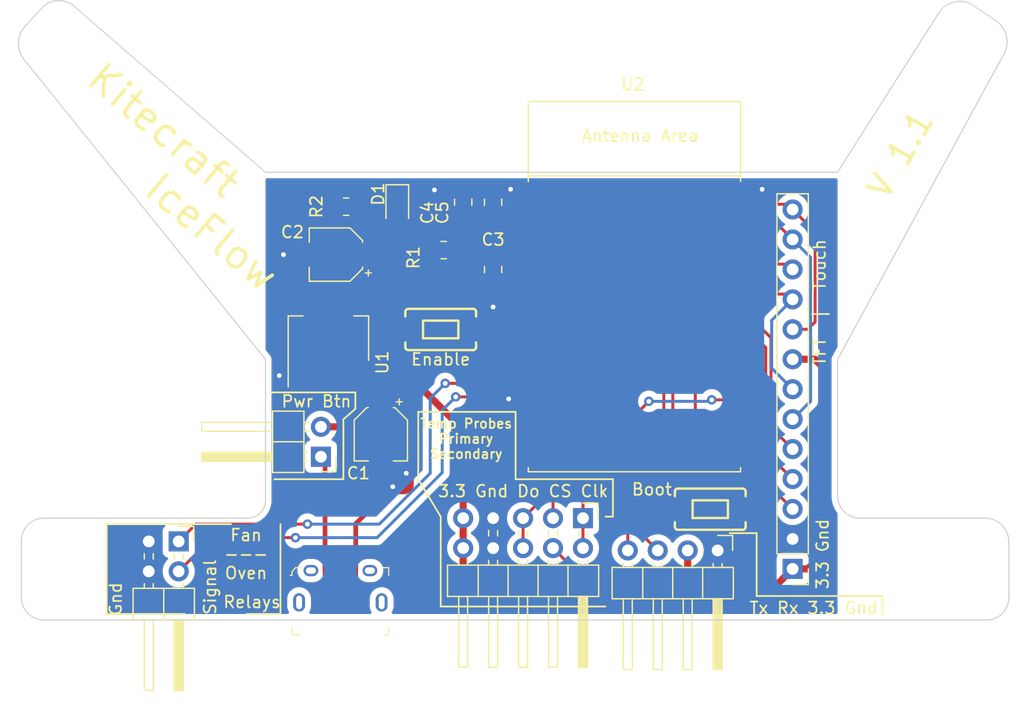
<source format=kicad_pcb>
(kicad_pcb (version 20211014) (generator pcbnew)
  (layers (0 "F.Cu" signal) (31 "B.Cu" signal) (34 "B.Paste" user) (35 "F.Paste" user) (36 "B.SilkS" user "B.Silkscreen") (37 "F.SilkS" user "F.Silkscreen") (38 "B.Mask" user) (39 "F.Mask" user) (44 "Edge.Cuts" user))
  (net 0 "")
  (net 1 "/Vin")
  (net 2 "GND")
  (net 3 "+3V3")
  (net 4 "/EN")
  (net 9 "/CS")
  (net 10 "/Rst")
  (net 11 "/D{slash}C")
  (net 12 "/MOSI")
  (net 13 "/SCK")
  (net 16 "/MISO")
  (net 25 "/TFT_CS")
  (net 26 "/SSR_O")
  (net 27 "/SSR_F")
  (net 30 "/DO")
  (net 31 "/TPA_CS")
  (net 32 "/CLK")
  (net 34 "/TPB_CS")
  (net 35 "/Boot")
  (net 36 "Net-(D1-Pad2)")
  (net 37 "Net-(J8-Pad1)")
  (net 42 "Net-(J2-Pad3)")
  (net 43 "Net-(J2-Pad4)")
  (footprint "Capacitor_SMD:CP_Elec_4x5.7" (layer "F.Cu") (at 95.885 114.3 -90)
    (fp_text reference "C1" (at 3.302 1.905 180) (layer "F.SilkS"))
    (fp_text value "10 µF - 25V")
    (pad "1" smd roundrect (at -1.8 0 270) (size 2.6 1.6) (layers "F.Cu" "F.Paste" "F.Mask") (roundrect_rratio 0.15625) (net 1 "/Vin"))
    (pad "2" smd roundrect (at 1.8 0 270) (size 2.6 1.6) (layers "F.Cu" "F.Paste" "F.Mask") (roundrect_rratio 0.15625) (net 2 "GND"))
  )
  (footprint "Capacitor_SMD:C_0805_2012Metric_Pad1.18x1.45mm_HandSolder" (layer "F.Cu") (at 105.41 94.615 -90)
    (fp_text reference "C5" (at 0.889 4.318 -90) (layer "F.SilkS"))
    (fp_text value "0.1 µF")
    (pad "1" smd roundrect (at -1.0375 0 270) (size 1.175 1.45) (layers "F.Cu" "F.Paste" "F.Mask") (roundrect_rratio 0.2127659574) (net 2 "GND"))
    (pad "2" smd roundrect (at 1.0375 0 270) (size 1.175 1.45) (layers "F.Cu" "F.Paste" "F.Mask") (roundrect_rratio 0.2127659574) (net 3 "+3V3"))
  )
  (footprint "Resistor_SMD:R_0805_2012Metric_Pad1.20x1.40mm_HandSolder" (layer "F.Cu") (at 101.219 98.679 180)
    (fp_text reference "R1" (at 2.5654 -0.635 90) (layer "F.SilkS"))
    (fp_text value "10K")
    (pad "1" smd roundrect (at -1 0 180) (size 1.2 1.4) (layers "F.Cu" "F.Paste" "F.Mask") (roundrect_rratio 0.2083333333) (net 4 "/EN"))
    (pad "2" smd roundrect (at 1 0 180) (size 1.2 1.4) (layers "F.Cu" "F.Paste" "F.Mask") (roundrect_rratio 0.2083333333) (net 3 "+3V3"))
  )
  (footprint "Connector_PinHeader_2.54mm:PinHeader_1x02_P2.54mm_Horizontal" (layer "F.Cu") (at 90.805 116.205 180)
    (fp_text reference "J8" hide)
    (fp_text value "Power_Sw")
    (pad "1" thru_hole rect (at 0 0 180) (size 1.7 1.7) (drill 1) (layers *.Cu *.Mask) (net 37 "Net-(J8-Pad1)"))
    (pad "2" thru_hole oval (at 0 2.54 180) (size 1.7 1.7) (drill 1) (layers *.Cu *.Mask) (net 1 "/Vin"))
  )
  (footprint "Capacitor_SMD:CP_Elec_4x5.7" (layer "F.Cu") (at 92.075 99.06 180)
    (fp_text reference "C2" (at 3.683 1.905) (layer "F.SilkS"))
    (fp_text value "10 µF - 25V")
    (pad "1" smd roundrect (at -1.8 0 180) (size 2.6 1.6) (layers "F.Cu" "F.Paste" "F.Mask") (roundrect_rratio 0.15625) (net 3 "+3V3"))
    (pad "2" smd roundrect (at 1.8 0 180) (size 2.6 1.6) (layers "F.Cu" "F.Paste" "F.Mask") (roundrect_rratio 0.15625) (net 2 "GND"))
  )
  (footprint "Kitecraft_Buttons:TACTILE_SWITCH_SMD_6.0X3.5MM" (layer "F.Cu") (at 100.965 105.41 180)
    (fp_text reference "S1" hide)
    (fp_text value "PTS636" hide)
    (pad "1" smd rect (at -3.6 0) (size 2.2 1.59766) (layers "F.Cu" "F.Paste" "F.Mask") (net 2 "GND"))
    (pad "2" smd rect (at 3.6 0) (size 2.2 1.59766) (layers "F.Cu" "F.Paste" "F.Mask") (net 4 "/EN"))
  )
  (footprint "MountingHole:MountingHole_3.2mm_M3_DIN965" (layer "F.Cu") (at 68.738 81.317)
    (fp_text reference "H1" hide)
    (fp_text value "MountingHole")
    (pad "" np_thru_hole circle (at 0 0) (size 3.2 3.2) (drill 3.2) (layers *.Cu *.Mask))
  )
  (footprint "Capacitor_SMD:C_0805_2012Metric_Pad1.18x1.45mm_HandSolder" (layer "F.Cu") (at 102.87 94.615 -90)
    (fp_text reference "C4" (at 0.889 3.048 -90) (layer "F.SilkS"))
    (fp_text value "22 µF")
    (pad "1" smd roundrect (at -1.0375 0 270) (size 1.175 1.45) (layers "F.Cu" "F.Paste" "F.Mask") (roundrect_rratio 0.2127659574) (net 2 "GND"))
    (pad "2" smd roundrect (at 1.0375 0 270) (size 1.175 1.45) (layers "F.Cu" "F.Paste" "F.Mask") (roundrect_rratio 0.2127659574) (net 3 "+3V3"))
  )
  (footprint "Kitecraft_Buttons:TACTILE_SWITCH_SMD_6.0X3.5MM" (layer "F.Cu") (at 123.825 120.65 180)
    (fp_text reference "S2" hide)
    (fp_text value "PTS636" hide)
    (pad "1" smd rect (at -3.6 0) (size 2.2 1.59766) (layers "F.Cu" "F.Paste" "F.Mask") (net 2 "GND"))
    (pad "2" smd rect (at 3.6 0) (size 2.2 1.59766) (layers "F.Cu" "F.Paste" "F.Mask") (net 35 "/Boot"))
  )
  (footprint "Connector_PinHeader_2.54mm:PinHeader_2x05_P2.54mm_Horizontal" (layer "F.Cu") (at 113.03 121.412 -90)
    (fp_text reference "J6" hide)
    (fp_text value "Conn_02x05_Odd_Even")
    (pad "1" thru_hole rect (at 0 0 270) (size 1.7 1.7) (drill 1) (layers *.Cu *.Mask) (net 32 "/CLK"))
    (pad "2" thru_hole oval (at 2.54 0 270) (size 1.7 1.7) (drill 1) (layers *.Cu *.Mask) (net 32 "/CLK"))
    (pad "3" thru_hole oval (at 0 2.54 270) (size 1.7 1.7) (drill 1) (layers *.Cu *.Mask) (net 34 "/TPB_CS"))
    (pad "4" thru_hole oval (at 2.54 2.54 270) (size 1.7 1.7) (drill 1) (layers *.Cu *.Mask) (net 31 "/TPA_CS"))
    (pad "5" thru_hole oval (at 0 5.08 270) (size 1.7 1.7) (drill 1) (layers *.Cu *.Mask) (net 30 "/DO"))
    (pad "6" thru_hole oval (at 2.54 5.08 270) (size 1.7 1.7) (drill 1) (layers *.Cu *.Mask) (net 30 "/DO"))
    (pad "7" thru_hole oval (at 0 7.62 270) (size 1.7 1.7) (drill 1) (layers *.Cu *.Mask) (net 2 "GND"))
    (pad "8" thru_hole oval (at 2.54 7.62 270) (size 1.7 1.7) (drill 1) (layers *.Cu *.Mask) (net 2 "GND"))
    (pad "9" thru_hole oval (at 0 10.16 270) (size 1.7 1.7) (drill 1) (layers *.Cu *.Mask) (net 3 "+3V3"))
    (pad "10" thru_hole oval (at 2.54 10.16 270) (size 1.7 1.7) (drill 1) (layers *.Cu *.Mask) (net 3 "+3V3"))
  )
  (footprint "MountingHole:MountingHole_3.2mm_M3_DIN965" (layer "F.Cu") (at 68.738 124.714)
    (fp_text reference "H2" hide)
    (fp_text value "MountingHole")
    (pad "" np_thru_hole circle (at 0 0) (size 3.2 3.2) (drill 3.2) (layers *.Cu *.Mask))
  )
  (footprint "Capacitor_SMD:C_0805_2012Metric_Pad1.18x1.45mm_HandSolder" (layer "F.Cu") (at 105.41 100.33 90)
    (fp_text reference "C3" (at 2.54 0 180) (layer "F.SilkS"))
    (fp_text value "1 µF")
    (pad "1" smd roundrect (at -1.0375 0 90) (size 1.175 1.45) (layers "F.Cu" "F.Paste" "F.Mask") (roundrect_rratio 0.2127659574) (net 2 "GND"))
    (pad "2" smd roundrect (at 1.0375 0 90) (size 1.175 1.45) (layers "F.Cu" "F.Paste" "F.Mask") (roundrect_rratio 0.2127659574) (net 4 "/EN"))
  )
  (footprint "Resistor_SMD:R_0805_2012Metric_Pad1.20x1.40mm_HandSolder" (layer "F.Cu") (at 92.948 94.996)
    (fp_text reference "R2" (at -2.524 0 90) (layer "F.SilkS"))
    (fp_text value "64.9R")
    (pad "1" smd roundrect (at -1 0) (size 1.2 1.4) (layers "F.Cu" "F.Paste" "F.Mask") (roundrect_rratio 0.2083333333) (net 3 "+3V3"))
    (pad "2" smd roundrect (at 1 0) (size 1.2 1.4) (layers "F.Cu" "F.Paste" "F.Mask") (roundrect_rratio 0.2083333333) (net 36 "Net-(D1-Pad2)"))
  )
  (footprint "MountingHole:MountingHole_3.2mm_M3_DIN965" (layer "F.Cu") (at 145.288 124.714)
    (fp_text reference "H4" hide)
    (fp_text value "MountingHole")
    (pad "" np_thru_hole circle (at 0 0) (size 3.2 3.2) (drill 3.2) (layers *.Cu *.Mask))
  )
  (footprint "Connector_PinHeader_2.54mm:PinHeader_1x04_P2.54mm_Horizontal" (layer "F.Cu") (at 124.45 124.149 -90)
    (fp_text reference "J2" hide)
    (fp_text value "Conn_01x04")
    (pad "1" thru_hole rect (at 0 0 270) (size 1.7 1.7) (drill 1) (layers *.Cu *.Mask) (net 2 "GND"))
    (pad "2" thru_hole oval (at 0 2.54 270) (size 1.7 1.7) (drill 1) (layers *.Cu *.Mask) (net 3 "+3V3"))
    (pad "3" thru_hole oval (at 0 5.08 270) (size 1.7 1.7) (drill 1) (layers *.Cu *.Mask) (net 42 "Net-(J2-Pad3)"))
    (pad "4" thru_hole oval (at 0 7.62 270) (size 1.7 1.7) (drill 1) (layers *.Cu *.Mask) (net 43 "Net-(J2-Pad4)"))
  )
  (footprint "Kitecraft_Barrel_Jacks:USB_Micro_B_Female_10118194-0001LF" (layer "F.Cu") (at 92.456 125.857)
    (fp_text reference "J1" hide)
    (fp_text value "10118194-0001LF")
    (pad "1" smd rect (at -1.3 0) (size 0.4 1.35) (layers "F.Cu" "F.Paste" "F.Mask") (net 37 "Net-(J8-Pad1)"))
    (pad "2" smd rect (at -0.65 0) (size 0.4 1.35) (layers "F.Cu" "F.Paste" "F.Mask"))
    (pad "3" smd rect (at 0 0) (size 0.4 1.35) (layers "F.Cu" "F.Paste" "F.Mask"))
    (pad "4" smd rect (at 0.65 0) (size 0.4 1.35) (layers "F.Cu" "F.Paste" "F.Mask"))
    (pad "5" smd rect (at 1.3 0) (size 0.4 1.35) (layers "F.Cu" "F.Paste" "F.Mask") (net 2 "GND"))
    (pad "SH" thru_hole oval (at 2.5 0) (size 1.25 0.95) (drill oval 0.85 0.55) (layers *.Cu *.Mask))
    (pad "SH" thru_hole oval (at -3.5 2.7) (size 1 1.55) (drill oval 0.5 1.15) (layers *.Cu *.Mask))
    (pad "SH" thru_hole oval (at -2.5 0) (size 1.25 0.95) (drill oval 0.85 0.55) (layers *.Cu *.Mask))
    (pad "SH" thru_hole oval (at 3.5 2.7) (size 1 1.55) (drill oval 0.5 1.15) (layers *.Cu *.Mask))
  )
  (footprint "Package_TO_SOT_SMD:SOT-223-3_TabPin2" (layer "F.Cu") (at 91.44 106.172 90)
    (fp_text reference "U1" (at -2.032 4.572 90) (layer "F.SilkS"))
    (fp_text value "NCP1117-3.3_SOT223")
    (pad "1" smd rect (at -3.15 -2.3 90) (size 2 1.5) (layers "F.Cu" "F.Paste" "F.Mask") (net 2 "GND"))
    (pad "2" smd rect (at 3.15 0 90) (size 2 3.8) (layers "F.Cu" "F.Paste" "F.Mask") (net 3 "+3V3"))
    (pad "2" smd rect (at -3.15 0 90) (size 2 1.5) (layers "F.Cu" "F.Paste" "F.Mask") (net 3 "+3V3"))
    (pad "3" smd rect (at -3.15 2.3 90) (size 2 1.5) (layers "F.Cu" "F.Paste" "F.Mask") (net 1 "/Vin"))
  )
  (footprint "Connector_PinHeader_2.54mm:PinHeader_2x02_P2.54mm_Horizontal" (layer "F.Cu") (at 78.745 123.382 -90)
    (fp_text reference "J4" hide)
    (fp_text value "Conn_02x02_Odd_Even")
    (pad "1" thru_hole rect (at 0 0 270) (size 1.7 1.7) (drill 1) (layers *.Cu *.Mask) (net 27 "/SSR_F"))
    (pad "2" thru_hole oval (at 2.54 0 270) (size 1.7 1.7) (drill 1) (layers *.Cu *.Mask) (net 26 "/SSR_O"))
    (pad "3" thru_hole oval (at 0 2.54 270) (size 1.7 1.7) (drill 1) (layers *.Cu *.Mask) (net 2 "GND"))
    (pad "4" thru_hole oval (at 2.54 2.54 270) (size 1.7 1.7) (drill 1) (layers *.Cu *.Mask) (net 2 "GND"))
  )
  (footprint "Connector_PinHeader_2.54mm:PinHeader_1x13_P2.54mm_Vertical" (layer "F.Cu") (at 130.81 125.715 180)
    (fp_text reference "J3" hide)
    (fp_text value "TFT_Display_wTouch")
    (pad "1" thru_hole rect (at 0 0 180) (size 1.7 1.7) (drill 1) (layers *.Cu *.Mask) (net 3 "+3V3"))
    (pad "2" thru_hole oval (at 0 2.54 180) (size 1.7 1.7) (drill 1) (layers *.Cu *.Mask) (net 2 "GND"))
    (pad "3" thru_hole oval (at 0 5.08 180) (size 1.7 1.7) (drill 1) (layers *.Cu *.Mask) (net 9 "/CS"))
    (pad "4" thru_hole oval (at 0 7.62 180) (size 1.7 1.7) (drill 1) (layers *.Cu *.Mask) (net 10 "/Rst"))
    (pad "5" thru_hole oval (at 0 10.16 180) (size 1.7 1.7) (drill 1) (layers *.Cu *.Mask) (net 11 "/D{slash}C"))
    (pad "6" thru_hole oval (at 0 12.7 180) (size 1.7 1.7) (drill 1) (layers *.Cu *.Mask) (net 12 "/MOSI"))
    (pad "7" thru_hole oval (at 0 15.24 180) (size 1.7 1.7) (drill 1) (layers *.Cu *.Mask) (net 13 "/SCK"))
    (pad "8" thru_hole oval (at 0 17.78 180) (size 1.7 1.7) (drill 1) (layers *.Cu *.Mask) (net 3 "+3V3"))
    (pad "9" thru_hole oval (at 0 20.32 180) (size 1.7 1.7) (drill 1) (layers *.Cu *.Mask) (net 16 "/MISO"))
    (pad "10" thru_hole oval (at 0 22.86 180) (size 1.7 1.7) (drill 1) (layers *.Cu *.Mask) (net 13 "/SCK"))
    (pad "11" thru_hole oval (at 0 25.4 180) (size 1.7 1.7) (drill 1) (layers *.Cu *.Mask) (net 25 "/TFT_CS"))
    (pad "12" thru_hole oval (at 0 27.94 180) (size 1.7 1.7) (drill 1) (layers *.Cu *.Mask) (net 12 "/MOSI"))
    (pad "13" thru_hole oval (at 0 30.48 180) (size 1.7 1.7) (drill 1) (layers *.Cu *.Mask) (net 16 "/MISO"))
  )
  (footprint "LED_SMD:LED_0805_2012Metric_Pad1.15x1.40mm_HandSolder" (layer "F.Cu") (at 97.282 94.996 -90)
    (fp_text reference "D1" (at -1.0668 1.6256 -90) (layer "F.SilkS"))
    (fp_text value "LED")
    (pad "1" smd roundrect (at -1.025 0 270) (size 1.15 1.4) (layers "F.Cu" "F.Paste" "F.Mask") (roundrect_rratio 0.2173913043) (net 2 "GND"))
    (pad "2" smd roundrect (at 1.025 0 270) (size 1.15 1.4) (layers "F.Cu" "F.Paste" "F.Mask") (roundrect_rratio 0.2173913043) (net 36 "Net-(D1-Pad2)"))
  )
  (footprint "Kitecraft_Boards:ESP32-WROVER-E_No_Thermals" (layer "F.Cu") (at 117.391 101.774)
    (fp_text reference "U2" (at -0.14 -17.145) (layer "F.SilkS"))
    (fp_text value "ESP32-WROVER-E")
    (fp_text user "Antenna Area" (at 0.5 -12.795 unlocked) (layer "F.SilkS"))
    (pad "1" smd rect (at -8.75 -8.255) (size 1.5 0.9) (layers "F.Cu" "F.Paste" "F.Mask") (net 2 "GND"))
    (pad "2" smd rect (at -8.75 -6.985) (size 1.5 0.9) (layers "F.Cu" "F.Paste" "F.Mask") (net 3 "+3V3"))
    (pad "3" smd rect (at -8.75 -5.715) (size 1.5 0.9) (layers "F.Cu" "F.Paste" "F.Mask") (net 4 "/EN"))
    (pad "4" smd rect (at -8.75 -4.445) (size 1.5 0.9) (layers "F.Cu" "F.Paste" "F.Mask"))
    (pad "5" smd rect (at -8.75 -3.175) (size 1.5 0.9) (layers "F.Cu" "F.Paste" "F.Mask"))
    (pad "6" smd rect (at -8.75 -1.905) (size 1.5 0.9) (layers "F.Cu" "F.Paste" "F.Mask"))
    (pad "7" smd rect (at -8.75 -0.635) (size 1.5 0.9) (layers "F.Cu" "F.Paste" "F.Mask"))
    (pad "8" smd rect (at -8.75 0.635) (size 1.5 0.9) (layers "F.Cu" "F.Paste" "F.Mask") (net 27 "/SSR_F"))
    (pad "9" smd rect (at -8.75 1.905) (size 1.5 0.9) (layers "F.Cu" "F.Paste" "F.Mask") (net 26 "/SSR_O"))
    (pad "10" smd rect (at -8.75 3.175) (size 1.5 0.9) (layers "F.Cu" "F.Paste" "F.Mask") (net 32 "/CLK"))
    (pad "11" smd rect (at -8.75 4.445) (size 1.5 0.9) (layers "F.Cu" "F.Paste" "F.Mask") (net 34 "/TPB_CS"))
    (pad "12" smd rect (at -8.75 5.715) (size 1.5 0.9) (layers "F.Cu" "F.Paste" "F.Mask") (net 30 "/DO"))
    (pad "13" smd rect (at -8.75 6.985) (size 1.5 0.9) (layers "F.Cu" "F.Paste" "F.Mask"))
    (pad "14" smd rect (at -8.75 8.255) (size 1.5 0.9) (layers "F.Cu" "F.Paste" "F.Mask"))
    (pad "15" smd rect (at -8.75 9.525) (size 1.5 0.9) (layers "F.Cu" "F.Paste" "F.Mask") (net 2 "GND"))
    (pad "16" smd rect (at -8.75 10.795) (size 1.5 0.9) (layers "F.Cu" "F.Paste" "F.Mask"))
    (pad "17" smd rect (at -8.75 12.065) (size 1.5 0.9) (layers "F.Cu" "F.Paste" "F.Mask"))
    (pad "18" smd rect (at -8.75 13.335) (size 1.5 0.9) (layers "F.Cu" "F.Paste" "F.Mask"))
    (pad "19" smd rect (at -8.75 14.605) (size 1.5 0.9) (layers "F.Cu" "F.Paste" "F.Mask"))
    (pad "20" smd rect (at 8.75 14.605) (size 1.5 0.9) (layers "F.Cu" "F.Paste" "F.Mask"))
    (pad "21" smd rect (at 8.75 13.335) (size 1.5 0.9) (layers "F.Cu" "F.Paste" "F.Mask"))
    (pad "22" smd rect (at 8.75 12.065) (size 1.5 0.9) (layers "F.Cu" "F.Paste" "F.Mask"))
    (pad "23" smd rect (at 8.75 10.795) (size 1.5 0.9) (layers "F.Cu" "F.Paste" "F.Mask"))
    (pad "24" smd rect (at 8.75 9.525) (size 1.5 0.9) (layers "F.Cu" "F.Paste" "F.Mask") (net 31 "/TPA_CS"))
    (pad "25" smd rect (at 8.75 8.255) (size 1.5 0.9) (layers "F.Cu" "F.Paste" "F.Mask") (net 35 "/Boot"))
    (pad "26" smd rect (at 8.75 6.985) (size 1.5 0.9) (layers "F.Cu" "F.Paste" "F.Mask") (net 9 "/CS"))
    (pad "27" smd rect (at 8.75 5.715) (size 1.5 0.9) (layers "F.Cu" "F.Paste" "F.Mask"))
    (pad "28" smd rect (at 8.75 4.445) (size 1.5 0.9) (layers "F.Cu" "F.Paste" "F.Mask"))
    (pad "29" smd rect (at 8.75 3.175) (size 1.5 0.9) (layers "F.Cu" "F.Paste" "F.Mask") (net 10 "/Rst"))
    (pad "30" smd rect (at 8.75 1.905) (size 1.5 0.9) (layers "F.Cu" "F.Paste" "F.Mask") (net 11 "/D{slash}C"))
    (pad "31" smd rect (at 8.75 0.635) (size 1.5 0.9) (layers "F.Cu" "F.Paste" "F.Mask") (net 13 "/SCK"))
    (pad "32" smd rect (at 8.75 -0.635) (size 1.5 0.9) (layers "F.Cu" "F.Paste" "F.Mask"))
    (pad "33" smd rect (at 8.75 -1.905) (size 1.5 0.9) (layers "F.Cu" "F.Paste" "F.Mask") (net 25 "/TFT_CS"))
    (pad "34" smd rect (at 8.75 -3.175) (size 1.5 0.9) (layers "F.Cu" "F.Paste" "F.Mask") (net 42 "Net-(J2-Pad3)"))
    (pad "35" smd rect (at 8.75 -4.445) (size 1.5 0.9) (layers "F.Cu" "F.Paste" "F.Mask") (net 43 "Net-(J2-Pad4)"))
    (pad "36" smd rect (at 8.75 -5.715) (size 1.5 0.9) (layers "F.Cu" "F.Paste" "F.Mask") (net 12 "/MOSI"))
    (pad "37" smd rect (at 8.75 -6.985) (size 1.5 0.9) (layers "F.Cu" "F.Paste" "F.Mask") (net 16 "/MISO"))
    (pad "38" smd rect (at 8.75 -8.255) (size 1.5 0.9) (layers "F.Cu" "F.Paste" "F.Mask") (net 2 "GND"))
  )
  (footprint "MountingHole:MountingHole_3.2mm_M3_DIN965" (layer "F.Cu") (at 145.288 81.314)
    (fp_text reference "H3" hide)
    (fp_text value "MountingHole")
    (pad "" np_thru_hole circle (at 0 0) (size 3.2 3.2) (drill 3.2) (layers *.Cu *.Mask))
  )
  (gr_line (start 87.376 121.92) (end 87.376 129.54) (layer "F.SilkS") (width 0.15))
  (gr_line (start 138.43 128.016) (end 138.43 129.54) (layer "F.SilkS") (width 0.15))
  (gr_line (start 93.726 110.744) (end 93.726 112.141) (layer "F.SilkS") (width 0.15))
  (gr_line (start 100.965 121.285) (end 100.965 128.905) (layer "F.SilkS") (width 0.15))
  (gr_line (start 87.376 129.54) (end 84.515 129.54) (layer "F.SilkS") (width 0.15))
  (gr_line (start 127.762 122.682) (end 125.476 122.682) (layer "F.SilkS") (width 0.15))
  (gr_line (start 92.71 118.11) (end 86.868 118.11) (layer "F.SilkS") (width 0.15))
  (gr_line (start 99.06 112.395) (end 99.06 118.11) (layer "F.SilkS") (width 0.15))
  (gr_line (start 93.726 112.141) (end 92.71 113.03) (layer "F.SilkS") (width 0.15))
  (gr_line (start 92.71 113.03) (end 92.71 118.11) (layer "F.SilkS") (width 0.15))
  (gr_line (start 115.57 120.015) (end 115.57 121.285) (layer "F.SilkS") (width 0.15))
  (gr_line (start 107.315 118.11) (end 115.57 118.11) (layer "F.SilkS") (width 0.15))
  (gr_line (start 115.57 118.11) (end 115.57 120.015) (layer "F.SilkS") (width 0.15))
  (gr_line (start 107.315 112.395) (end 107.315 118.11) (layer "F.SilkS") (width 0.15))
  (gr_line (start 100.965 128.905) (end 114.935 128.905) (layer "F.SilkS") (width 0.15))
  (gr_line (start 72.644 129.54) (end 79.248 129.54) (layer "F.SilkS") (width 0.15))
  (gr_line (start 72.644 121.92) (end 72.644 129.54) (layer "F.SilkS") (width 0.15))
  (gr_line (start 83.185 121.92) (end 72.644 121.92) (layer "F.SilkS") (width 0.15))
  (gr_line (start 99.06 118.11) (end 100.965 121.285) (layer "F.SilkS") (width 0.15))
  (gr_line (start 86.487 110.744) (end 93.726 110.744) (layer "F.SilkS") (width 0.15))
  (gr_line (start 115.57 121.285) (end 114.935 121.285) (layer "F.SilkS") (width 0.15))
  (gr_line (start 127.762 128.016) (end 127.762 122.682) (layer "F.SilkS") (width 0.15))
  (gr_line (start 99.06 112.395) (end 107.315 112.395) (layer "F.SilkS") (width 0.15))
  (gr_line (start 138.43 128.016) (end 127.762 128.016) (layer "F.SilkS") (width 0.15))
  (gr_arc (start 86.106 119.888) (mid 85.659631 120.965631) (end 84.582 121.412) (layer "Edge.Cuts") (width 0.1))
  (gr_line (start 136.525 121.412) (end 147.242962 121.412) (layer "Edge.Cuts") (width 0.1))
  (gr_line (start 65.55799 82.423) (end 86.106 107.95) (layer "Edge.Cuts") (width 0.1))
  (gr_arc (start 65.55799 82.423) (mid 65.150999 81.153) (end 65.55799 79.883) (layer "Edge.Cuts") (width 0.1))
  (gr_arc (start 149.147962 128.143) (mid 148.59 129.490038) (end 147.242962 130.048) (layer "Edge.Cuts") (width 0.1))
  (gr_line (start 145.796 77.724) (end 148.082 79.248) (layer "Edge.Cuts") (width 0.1))
  (gr_line (start 84.582 121.412) (end 67.31 121.412) (layer "Edge.Cuts") (width 0.1))
  (gr_arc (start 136.525 121.412) (mid 135.177962 120.854038) (end 134.62 119.507) (layer "Edge.Cuts") (width 0.1))
  (gr_line (start 86.106 119.888) (end 86.106 107.95) (layer "Edge.Cuts") (width 0.1))
  (gr_line (start 134.62 92.075) (end 143.256 78.486) (layer "Edge.Cuts") (width 0.1))
  (gr_line (start 147.242962 130.048) (end 67.31 130.048) (layer "Edge.Cuts") (width 0.1))
  (gr_arc (start 67.056 78.232) (mid 68.400395 77.526344) (end 69.85 77.978) (layer "Edge.Cuts") (width 0.1))
  (gr_line (start 86.106 92.075) (end 69.85 77.978) (layer "Edge.Cuts") (width 0.1))
  (gr_arc (start 143.256001 78.486) (mid 144.395692 77.670639) (end 145.796 77.724) (layer "Edge.Cuts") (width 0.1))
  (gr_line (start 149.147962 123.444) (end 149.147962 128.143) (layer "Edge.Cuts") (width 0.1))
  (gr_arc (start 148.082 79.248001) (mid 148.967261 80.66679) (end 148.589999 82.296) (layer "Edge.Cuts") (width 0.1))
  (gr_line (start 67.056 78.232) (end 65.55799 79.883) (layer "Edge.Cuts") (width 0.1))
  (gr_arc (start 65.405 123.317) (mid 65.962962 121.969962) (end 67.31 121.412) (layer "Edge.Cuts") (width 0.1))
  (gr_line (start 65.405 123.317) (end 65.405 128.143) (layer "Edge.Cuts") (width 0.1))
  (gr_line (start 134.62 107.95) (end 134.62 119.507) (layer "Edge.Cuts") (width 0.1))
  (gr_line (start 148.59 82.296) (end 134.62 107.95) (layer "Edge.Cuts") (width 0.1))
  (gr_arc (start 147.242962 121.412) (mid 148.597236 122.051337) (end 149.147962 123.444) (layer "Edge.Cuts") (width 0.1))
  (gr_arc (start 67.31 130.048) (mid 65.962962 129.490038) (end 65.405 128.143) (layer "Edge.Cuts") (width 0.1))
  (gr_line (start 86.106 92.075) (end 134.62 92.075) (layer "Edge.Cuts") (width 0.1))
  (gr_text "3.3 Gnd" (at 133.35 124.46 90) (layer "F.SilkS") (effects (font (size 1 1))))
  (gr_text "Pwr Btn" (at 90.424 111.506) (layer "F.SilkS") (effects (font (size 1 1))))
  (gr_text "Signal" (at 81.407 127.254 90) (layer "F.SilkS") (effects (font (size 1 1))))
  (gr_text "Boot" (at 118.872 118.973591) (layer "F.SilkS") (effects (font (size 1 1))))
  (gr_text "3.3 Gnd Do CS Clk" (at 107.95 119.126) (layer "F.SilkS") (effects (font (size 1 1))))
  (gr_text "Kitecraft" (at 77.47 88.519 -40) (layer "F.SilkS") (effects (font (size 2.4 2.4) (thickness 0.3))))
  (gr_text "Relays" (at 84.963 128.524) (layer "F.SilkS") (effects (font (size 1 1))))
  (gr_text "Temp Probes\nPrimary\nSecondary" (at 103.124 114.681) (layer "F.SilkS") (effects (font (size 0.8 0.8))))
  (gr_text "IceFlow" (at 81.534 97.155 -40) (layer "F.SilkS") (effects (font (size 2.4 2.4) (thickness 0.3))))
  (gr_text "Tx Rx 3.3 Gnd" (at 132.588 129.032) (layer "F.SilkS") (effects (font (size 1 1))))
  (gr_text "Gnd" (at 73.406 128.27 90) (layer "F.SilkS") (effects (font (size 1 1))))
  (gr_text "V 1.1" (at 139.954 90.551 60) (layer "F.SilkS") (effects (font (size 2 2) (thickness 0.3))))
  (gr_text "Fan\n---\nOven" (at 84.455 124.46) (layer "F.SilkS") (effects (font (size 1 1))))
  (gr_text "TFT  |  Touch" (at 133.096 103.124 90) (layer "F.SilkS") (effects (font (size 1 1))))
  (gr_text "Enable" (at 100.965 107.95) (layer "F.SilkS") (effects (font (size 1 1))))
  (segment (start 90.805 113.665) (end 94.72 113.665) (width 0.6) (layer "F.Cu") (net 1))
  (segment (start 93.74 110.355) (end 95.885 112.5) (width 0.6) (layer "F.Cu") (net 1))
  (segment (start 94.72 113.665) (end 95.885 112.5) (width 0.6) (layer "F.Cu") (net 1))
  (segment (start 93.74 109.322) (end 93.74 110.355) (width 0.6) (layer "F.Cu") (net 1))
  (segment (start 89.14 109.322) (end 87.274 109.322) (width 0.6) (layer "F.Cu") (net 2))
  (segment (start 108.641 111.299) (end 106.727 111.299) (width 0.25) (layer "F.Cu") (net 2))
  (segment (start 105.41 103.676) (end 104.946 104.14) (width 0.6) (layer "F.Cu") (net 2))
  (segment (start 129.95 123.175) (end 127.425 120.65) (width 0.6) (layer "F.Cu") (net 2))
  (segment (start 105.41 93.5775) (end 102.87 93.5775) (width 0.25) (layer "F.Cu") (net 2))
  (segment (start 90.275 99.06) (end 87.63 99.06) (width 0.6) (layer "F.Cu") (net 2))
  (segment (start 93.756 121.89) (end 96.901 118.745) (width 0.4) (layer "F.Cu") (net 2))
  (segment (start 105.4685 93.519) (end 105.41 93.5775) (width 0.25) (layer "F.Cu") (net 2))
  (segment (start 105.41 101.3675) (end 105.41 103.676) (width 0.6) (layer "F.Cu") (net 2))
  (segment (start 106.887 93.519) (end 105.4685 93.519) (width 0.25) (layer "F.Cu") (net 2))
  (segment (start 97.282 93.971) (end 100.042 93.971) (width 0.25) (layer "F.Cu") (net 2))
  (segment (start 104.946 104.14) (end 104.946 105.029) (width 0.6) (layer "F.Cu") (net 2))
  (segment (start 126.141 93.519) (end 128.223 93.519) (width 0.25) (layer "F.Cu") (net 2))
  (segment (start 104.946 105.029) (end 104.565 105.41) (width 0.6) (layer "F.Cu") (net 2))
  (segment (start 108.641 93.519) (end 106.887 93.519) (width 0.25) (layer "F.Cu") (net 2))
  (segment (start 100.042 93.971) (end 100.4355 93.5775) (width 0.25) (layer "F.Cu") (net 2))
  (segment (start 102.87 93.5775) (end 100.4355 93.5775) (width 0.25) (layer "F.Cu") (net 2))
  (segment (start 93.756 125.857) (end 93.756 121.89) (width 0.4) (layer "F.Cu") (net 2))
  (segment (start 130.81 123.175) (end 129.95 123.175) (width 0.6) (layer "F.Cu") (net 2))
  (via (at 96.901 118.745) (size 0.8) (drill 0.4) (layers "F.Cu" "B.Cu") (net 2))
  (via (at 100.4355 93.5775) (size 0.8) (drill 0.4) (layers "F.Cu" "B.Cu") (net 2))
  (via (at 128.223 93.519) (size 0.8) (drill 0.4) (layers "F.Cu" "B.Cu") (net 2))
  (via (at 106.727 111.299) (size 0.8) (drill 0.4) (layers "F.Cu" "B.Cu") (net 2))
  (via (at 106.887 93.519) (size 0.8) (drill 0.4) (layers "F.Cu" "B.Cu") (net 2))
  (via (at 98.044 117.602) (size 0.8) (drill 0.4) (layers "F.Cu" "B.Cu") (net 2))
  (via (at 87.63 99.06) (size 0.8) (drill 0.4) (layers "F.Cu" "B.Cu") (net 2))
  (via (at 87.274 109.322) (size 0.8) (drill 0.4) (layers "F.Cu" "B.Cu") (net 2))
  (via (at 105.41 103.505) (size 0.8) (drill 0.4) (layers "F.Cu" "B.Cu") (net 2))
  (segment (start 106.2735 94.789) (end 105.41 95.6525) (width 0.6) (layer "F.Cu") (net 3))
  (segment (start 93.875 100.587) (end 91.44 103.022) (width 0.6) (layer "F.Cu") (net 3))
  (segment (start 108.641 94.789) (end 106.2735 94.789) (width 0.6) (layer "F.Cu") (net 3))
  (segment (start 121.92 127.635) (end 104.775 127.635) (width 0.6) (layer "F.Cu") (net 3))
  (segment (start 91.44 103.022) (end 91.44 109.322) (width 0.6) (layer "F.Cu") (net 3))
  (segment (start 93.875 98.066) (end 91.948 96.139) (width 0.6) (layer "F.Cu") (net 3))
  (segment (start 102.87 95.6525) (end 102.87 96.028) (width 0.6) (layer "F.Cu") (net 3))
  (segment (start 133.35 124.46) (end 132.095 125.715) (width 0.6) (layer "F.Cu") (net 3))
  (segment (start 121.91 127.625) (end 121.91 124.149) (width 0.6) (layer "F.Cu") (net 3))
  (segment (start 132.095 125.715) (end 130.81 125.715) (width 0.6) (layer "F.Cu") (net 3))
  (segment (start 104.775 127.635) (end 102.87 125.73) (width 0.6) (layer "F.Cu") (net 3))
  (segment (start 132.7 107.935) (end 133.35 108.585) (width 0.6) (layer "F.Cu") (net 3))
  (segment (start 128.89 127.635) (end 130.81 125.715) (width 0.6) (layer "F.Cu") (net 3))
  (segment (start 93.875 99.06) (end 93.875 98.066) (width 0.6) (layer "F.Cu") (net 3))
  (segment (start 102.87 96.028) (end 100.219 98.679) (width 0.6) (layer "F.Cu") (net 3))
  (segment (start 102.87 121.412) (end 102.87 113.919) (width 0.6) (layer "F.Cu") (net 3))
  (segment (start 102.87 113.919) (end 95.377 106.426) (width 0.6) (layer "F.Cu") (net 3))
  (segment (start 95.377 106.426) (end 95.377 99.06) (width 0.6) (layer "F.Cu") (net 3))
  (segment (start 102.87 95.6525) (end 105.41 95.6525) (width 0.6) (layer "F.Cu") (net 3))
  (segment (start 91.948 96.139) (end 91.948 94.996) (width 0.6) (layer "F.Cu") (net 3))
  (segment (start 102.87 123.952) (end 102.87 121.412) (width 0.6) (layer "F.Cu") (net 3))
  (segment (start 93.875 99.06) (end 99.838 99.06) (width 0.6) (layer "F.Cu") (net 3))
  (segment (start 130.81 107.935) (end 132.7 107.935) (width 0.6) (layer "F.Cu") (net 3))
  (segment (start 102.87 125.73) (end 102.87 123.952) (width 0.6) (layer "F.Cu") (net 3))
  (segment (start 123.19 127.635) (end 128.89 127.635) (width 0.6) (layer "F.Cu") (net 3))
  (segment (start 133.35 108.585) (end 133.35 124.46) (width 0.6) (layer "F.Cu") (net 3))
  (segment (start 93.875 99.06) (end 93.875 100.587) (width 0.6) (layer "F.Cu") (net 3))
  (segment (start 121.92 127.635) (end 123.19 127.635) (width 0.6) (layer "F.Cu") (net 3))
  (segment (start 99.838 99.06) (end 100.219 98.679) (width 0.6) (layer "F.Cu") (net 3))
  (segment (start 95.377 99.06) (end 93.875 99.06) (width 0.6) (layer "F.Cu") (net 3))
  (segment (start 97.746 104.14) (end 97.746 105.029) (width 0.25) (layer "F.Cu") (net 4))
  (segment (start 107.776 96.059) (end 108.641 96.059) (width 0.25) (layer "F.Cu") (net 4))
  (segment (start 102.219 99.667) (end 102.219 98.679) (width 0.25) (layer "F.Cu") (net 4))
  (segment (start 105.41 98.425) (end 107.776 96.059) (width 0.25) (layer "F.Cu") (net 4))
  (segment (start 104.7965 98.679) (end 105.41 99.2925) (width 0.25) (layer "F.Cu") (net 4))
  (segment (start 102.219 98.679) (end 104.7965 98.679) (width 0.25) (layer "F.Cu") (net 4))
  (segment (start 105.41 99.2925) (end 105.41 98.425) (width 0.25) (layer "F.Cu") (net 4))
  (segment (start 97.746 105.029) (end 97.365 105.41) (width 0.25) (layer "F.Cu") (net 4))
  (segment (start 97.746 104.14) (end 102.219 99.667) (width 0.25) (layer "F.Cu") (net 4))
  (segment (start 126.793 108.759) (end 128.016 109.982) (width 0.25) (layer "F.Cu") (net 9))
  (segment (start 128.016 109.982) (end 128.016 117.841) (width 0.25) (layer "F.Cu") (net 9))
  (segment (start 126.141 108.759) (end 126.793 108.759) (width 0.25) (layer "F.Cu") (net 9))
  (segment (start 128.016 117.841) (end 130.81 120.635) (width 0.25) (layer "F.Cu") (net 9))
  (segment (start 126.141 104.949) (end 126.539 104.949) (width 0.25) (layer "F.Cu") (net 10))
  (segment (start 126.539 104.949) (end 128.524 106.934) (width 0.25) (layer "F.Cu") (net 10))
  (segment (start 128.524 106.934) (end 128.524 115.809) (width 0.25) (layer "F.Cu") (net 10))
  (segment (start 128.524 115.809) (end 130.81 118.095) (width 0.25) (layer "F.Cu") (net 10))
  (segment (start 126.539 103.679) (end 128.97352 106.11352) (width 0.25) (layer "F.Cu") (net 11))
  (segment (start 126.141 103.679) (end 126.539 103.679) (width 0.25) (layer "F.Cu") (net 11))
  (segment (start 128.97352 113.71852) (end 130.81 115.555) (width 0.25) (layer "F.Cu") (net 11))
  (segment (start 128.97352 106.11352) (end 128.97352 113.71852) (width 0.25) (layer "F.Cu") (net 11))
  (segment (start 126.141 96.059) (end 129.094 96.059) (width 0.25) (layer "F.Cu") (net 12))
  (segment (start 129.094 96.059) (end 130.81 97.775) (width 0.25) (layer "F.Cu") (net 12))
  (segment (start 132.334 111.491) (end 130.81 113.015) (width 0.25) (layer "B.Cu") (net 12))
  (segment (start 130.81 97.775) (end 132.334 99.299) (width 0.25) (layer "B.Cu") (net 12))
  (segment (start 132.334 99.299) (end 132.334 111.491) (width 0.25) (layer "B.Cu") (net 12))
  (segment (start 126.141 102.409) (end 130.364 102.409) (width 0.25) (layer "F.Cu") (net 13))
  (segment (start 130.364 102.409) (end 130.81 102.855) (width 0.25) (layer "F.Cu") (net 13))
  (segment (start 129.032 108.697) (end 130.81 110.475) (width 0.25) (layer "B.Cu") (net 13))
  (segment (start 130.81 102.855) (end 129.032 104.633) (width 0.25) (layer "B.Cu") (net 13))
  (segment (start 129.032 104.633) (end 129.032 108.697) (width 0.25) (layer "B.Cu") (net 13))
  (segment (start 132.715 97.14) (end 130.81 95.235) (width 0.25) (layer "F.Cu") (net 16))
  (segment (start 132.095 105.395) (end 132.715 104.775) (width 0.25) (layer "F.Cu") (net 16))
  (segment (start 132.715 104.775) (end 132.715 97.14) (width 0.25) (layer "F.Cu") (net 16))
  (segment (start 130.364 94.789) (end 130.81 95.235) (width 0.25) (layer "F.Cu") (net 16))
  (segment (start 126.141 94.789) (end 130.364 94.789) (width 0.25) (layer "F.Cu") (net 16))
  (segment (start 130.81 105.395) (end 132.095 105.395) (width 0.25) (layer "F.Cu") (net 16))
  (segment (start 126.141 99.869) (end 130.364 99.869) (width 0.25) (layer "F.Cu") (net 25))
  (segment (start 130.364 99.869) (end 130.81 100.315) (width 0.25) (layer "F.Cu") (net 25))
  (segment (start 107.188 104.132) (end 107.188 107.188) (width 0.25) (layer "F.Cu") (net 26))
  (segment (start 108.641 103.679) (end 107.641 103.679) (width 0.25) (layer "F.Cu") (net 26))
  (segment (start 107.641 103.679) (end 107.188 104.132) (width 0.25) (layer "F.Cu") (net 26))
  (segment (start 103.251 111.125) (end 102.235 111.125) (width 0.25) (layer "F.Cu") (net 26))
  (segment (start 88.646 123.063) (end 81.604 123.063) (width 0.25) (layer "F.Cu") (net 26))
  (segment (start 107.188 107.188) (end 103.251 111.125) (width 0.25) (layer "F.Cu") (net 26))
  (segment (start 81.604 123.063) (end 78.745 125.922) (width 0.25) (layer "F.Cu") (net 26))
  (via (at 102.235 111.125) (size 0.8) (drill 0.4) (layers "F.Cu" "B.Cu") (net 26))
  (via (at 88.646 123.063) (size 0.8) (drill 0.4) (layers "F.Cu" "B.Cu") (net 26))
  (segment (start 101.092 112.268) (end 101.092 117.544305) (width 0.25) (layer "B.Cu") (net 26))
  (segment (start 95.573305 123.063) (end 101.092 117.544305) (width 0.25) (layer "B.Cu") (net 26))
  (segment (start 102.235 111.125) (end 101.092 112.268) (width 0.25) (layer "B.Cu") (net 26))
  (segment (start 88.646 123.063) (end 95.573305 123.063) (width 0.25) (layer "B.Cu") (net 26))
  (segment (start 80.207 121.92) (end 89.662 121.92) (width 0.25) (layer "F.Cu") (net 27))
  (segment (start 107.141 102.409) (end 108.641 102.409) (width 0.25) (layer "F.Cu") (net 27))
  (segment (start 106.68 102.87) (end 107.141 102.409) (width 0.25) (layer "F.Cu") (net 27))
  (segment (start 106.68 106.68) (end 103.378 109.982) (width 0.25) (layer "F.Cu") (net 27))
  (segment (start 103.378 109.982) (end 101.346 109.982) (width 0.25) (layer "F.Cu") (net 27))
  (segment (start 106.68 106.68) (end 106.68 102.87) (width 0.25) (layer "F.Cu") (net 27))
  (segment (start 78.745 123.382) (end 80.207 121.92) (width 0.25) (layer "F.Cu") (net 27))
  (via (at 101.346 109.982) (size 0.8) (drill 0.4) (layers "F.Cu" "B.Cu") (net 27))
  (via (at 89.662 121.92) (size 0.8) (drill 0.4) (layers "F.Cu" "B.Cu") (net 27))
  (segment (start 101.346 109.982) (end 100.076 111.252) (width 0.25) (layer "B.Cu") (net 27))
  (segment (start 100.076 117.602) (end 95.758 121.92) (width 0.25) (layer "B.Cu") (net 27))
  (segment (start 100.076 111.252) (end 100.076 117.602) (width 0.25) (layer "B.Cu") (net 27))
  (segment (start 95.758 121.92) (end 89.662 121.92) (width 0.25) (layer "B.Cu") (net 27))
  (segment (start 109.394 107.489) (end 108.641 107.489) (width 0.25) (layer "F.Cu") (net 30))
  (segment (start 107.95 123.952) (end 107.95 121.412) (width 0.25) (layer "F.Cu") (net 30))
  (segment (start 110.49 118.872) (end 110.49 108.585) (width 0.25) (layer "F.Cu") (net 30))
  (segment (start 110.49 108.585) (end 109.394 107.489) (width 0.25) (layer "F.Cu") (net 30))
  (segment (start 107.95 121.412) (end 110.49 118.872) (width 0.25) (layer "F.Cu") (net 30))
  (segment (start 115.062 124.714) (end 115.062 116.84) (width 0.25) (layer "F.Cu") (net 31))
  (segment (start 123.952 111.379) (end 126.061 111.379) (width 0.25) (layer "F.Cu") (net 31))
  (segment (start 115.062 115.062) (end 118.618 111.506) (width 0.25) (layer "F.Cu") (net 31))
  (segment (start 110.49 123.952) (end 112.522 125.984) (width 0.25) (layer "F.Cu") (net 31))
  (segment (start 114.808 124.968) (end 115.062 124.714) (width 0.25) (layer "F.Cu") (net 31))
  (segment (start 113.792 125.984) (end 114.808 124.968) (width 0.25) (layer "F.Cu") (net 31))
  (segment (start 112.522 125.984) (end 113.792 125.984) (width 0.25) (layer "F.Cu") (net 31))
  (segment (start 115.062 116.84) (end 115.062 115.062) (width 0.25) (layer "F.Cu") (net 31))
  (via (at 123.952 111.379) (size 0.8) (drill 0.4) (layers "F.Cu" "B.Cu") (net 31))
  (via (at 118.618 111.506) (size 0.8) (drill 0.4) (layers "F.Cu" "B.Cu") (net 31))
  (segment (start 123.825 111.506) (end 123.952 111.379) (width 0.25) (layer "B.Cu") (net 31))
  (segment (start 118.618 111.506) (end 123.825 111.506) (width 0.25) (layer "B.Cu") (net 31))
  (segment (start 113.03 123.952) (end 113.03 121.412) (width 0.25) (layer "F.Cu") (net 32))
  (segment (start 113.035 107.32) (end 110.664 104.949) (width 0.25) (layer "F.Cu") (net 32))
  (segment (start 110.664 104.949) (end 108.641 104.949) (width 0.25) (layer "F.Cu") (net 32))
  (segment (start 113.035 121.285) (end 113.035 107.32) (width 0.25) (layer "F.Cu") (net 32))
  (segment (start 110.029 106.219) (end 108.641 106.219) (width 0.25) (layer "F.Cu") (net 34))
  (segment (start 111.76 118.745) (end 111.76 107.95) (width 0.25) (layer "F.Cu") (net 34))
  (segment (start 110.49 121.412) (end 110.49 120.015) (width 0.25) (layer "F.Cu") (net 34))
  (segment (start 110.49 120.015) (end 111.76 118.745) (width 0.25) (layer "F.Cu") (net 34))
  (segment (start 111.76 107.95) (end 110.029 106.219) (width 0.25) (layer "F.Cu") (net 34))
  (segment (start 123.016 110.029) (end 126.141 110.029) (width 0.25) (layer "F.Cu") (net 35))
  (segment (start 122.555 110.49) (end 123.016 110.029) (width 0.25) (layer "F.Cu") (net 35))
  (segment (start 122.555 115.57) (end 122.555 110.49) (width 0.25) (layer "F.Cu") (net 35))
  (segment (start 120.225 117.9) (end 122.555 115.57) (width 0.25) (layer "F.Cu") (net 35))
  (segment (start 120.225 120.65) (end 120.225 117.9) (width 0.25) (layer "F.Cu") (net 35))
  (segment (start 93.948 94.996) (end 94.996 94.996) (width 0.25) (layer "F.Cu") (net 36))
  (segment (start 94.996 94.996) (end 96.021 96.021) (width 0.25) (layer "F.Cu") (net 36))
  (segment (start 96.021 96.021) (end 97.282 96.021) (width 0.25) (layer "F.Cu") (net 36))
  (segment (start 91.156 116.556) (end 90.805 116.205) (width 0.4) (layer "F.Cu") (net 37))
  (segment (start 91.156 125.857) (end 91.156 116.556) (width 0.4) (layer "F.Cu") (net 37))
  (segment (start 118.11 116.205) (end 118.11 122.889) (width 0.25) (layer "F.Cu") (net 42))
  (segment (start 126.141 98.599) (end 124.286 98.599) (width 0.25) (layer "F.Cu") (net 42))
  (segment (start 124.286 98.599) (end 120.65 102.235) (width 0.25) (layer "F.Cu") (net 42))
  (segment (start 118.11 122.889) (end 119.37 124.149) (width 0.25) (layer "F.Cu") (net 42))
  (segment (start 120.65 102.235) (end 120.65 113.665) (width 0.25) (layer "F.Cu") (net 42))
  (segment (start 120.65 113.665) (end 118.11 116.205) (width 0.25) (layer "F.Cu") (net 42))
  (segment (start 123.016 97.329) (end 119.888 100.457) (width 0.25) (layer "F.Cu") (net 43))
  (segment (start 126.141 97.329) (end 123.016 97.329) (width 0.25) (layer "F.Cu") (net 43))
  (segment (start 116.83 116.215) (end 116.83 124.149) (width 0.25) (layer "F.Cu") (net 43))
  (segment (start 119.888 100.457) (end 119.888 113.157) (width 0.25) (layer "F.Cu") (net 43))
  (segment (start 119.888 113.157) (end 116.83 116.215) (width 0.25) (layer "F.Cu") (net 43))
  (zone (net 2) (net_name "GND") (layer "F.Cu") (connect_pads yes (clearance 0.508)) (min_thickness 0.254) (fill yes (thermal_gap 0.508) (thermal_bridge_width 0.508) (smoothing fillet) (radius 0.6))
    (polygon (pts (xy 98.679 115.316) (xy 98.679 118.999) (xy 98.044 119.38) (xy 96.774 119.38) (xy 96.266 118.999) (xy 96.266 118.237) (xy 94.869 117.602) (xy 94.869 114.554) (xy 98.044 114.554)))
  )
  (zone (net 2) (net_name "GND") (layer "B.Cu") (connect_pads yes (clearance 0.508)) (min_thickness 0.254) (fill yes (thermal_gap 0.508) (thermal_bridge_width 0.508) (smoothing fillet) (radius 0.6))
    (polygon (pts (xy 134.62 130.048) (xy 72.644 130.048) (xy 72.644 121.666) (xy 84.582 121.666) (xy 86.106 120.396) (xy 86.106 91.948) (xy 134.62 91.948)))
  )
)
</source>
